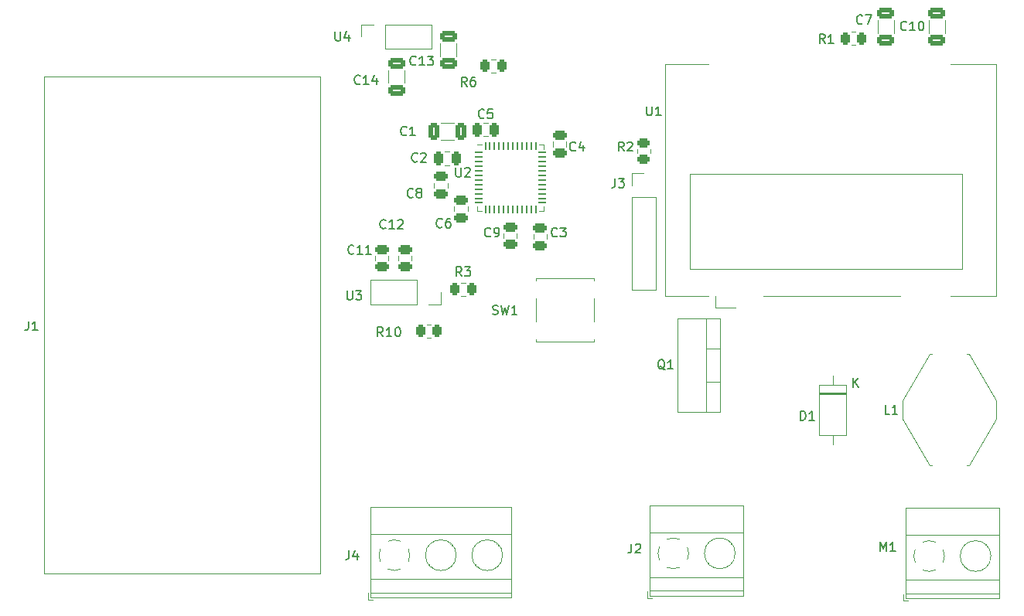
<source format=gto>
G04 #@! TF.GenerationSoftware,KiCad,Pcbnew,6.0.11-2627ca5db0~126~ubuntu22.04.1*
G04 #@! TF.CreationDate,2023-02-05T11:24:23-03:00*
G04 #@! TF.ProjectId,ball_launcher_kicad,62616c6c-5f6c-4617-956e-636865725f6b,rev?*
G04 #@! TF.SameCoordinates,Original*
G04 #@! TF.FileFunction,Legend,Top*
G04 #@! TF.FilePolarity,Positive*
%FSLAX46Y46*%
G04 Gerber Fmt 4.6, Leading zero omitted, Abs format (unit mm)*
G04 Created by KiCad (PCBNEW 6.0.11-2627ca5db0~126~ubuntu22.04.1) date 2023-02-05 11:24:23*
%MOMM*%
%LPD*%
G01*
G04 APERTURE LIST*
G04 Aperture macros list*
%AMRoundRect*
0 Rectangle with rounded corners*
0 $1 Rounding radius*
0 $2 $3 $4 $5 $6 $7 $8 $9 X,Y pos of 4 corners*
0 Add a 4 corners polygon primitive as box body*
4,1,4,$2,$3,$4,$5,$6,$7,$8,$9,$2,$3,0*
0 Add four circle primitives for the rounded corners*
1,1,$1+$1,$2,$3*
1,1,$1+$1,$4,$5*
1,1,$1+$1,$6,$7*
1,1,$1+$1,$8,$9*
0 Add four rect primitives between the rounded corners*
20,1,$1+$1,$2,$3,$4,$5,0*
20,1,$1+$1,$4,$5,$6,$7,0*
20,1,$1+$1,$6,$7,$8,$9,0*
20,1,$1+$1,$8,$9,$2,$3,0*%
G04 Aperture macros list end*
%ADD10C,0.150000*%
%ADD11C,0.120000*%
%ADD12RoundRect,0.250000X-0.475000X0.250000X-0.475000X-0.250000X0.475000X-0.250000X0.475000X0.250000X0*%
%ADD13RoundRect,0.250000X0.262500X0.450000X-0.262500X0.450000X-0.262500X-0.450000X0.262500X-0.450000X0*%
%ADD14R,1.500000X1.500000*%
%ADD15C,1.500000*%
%ADD16R,1.550000X1.300000*%
%ADD17RoundRect,0.250000X0.325000X0.650000X-0.325000X0.650000X-0.325000X-0.650000X0.325000X-0.650000X0*%
%ADD18R,1.700000X1.700000*%
%ADD19O,1.700000X1.700000*%
%ADD20R,2.600000X2.600000*%
%ADD21C,2.600000*%
%ADD22RoundRect,0.250000X-0.262500X-0.450000X0.262500X-0.450000X0.262500X0.450000X-0.262500X0.450000X0*%
%ADD23RoundRect,0.250000X-0.650000X0.325000X-0.650000X-0.325000X0.650000X-0.325000X0.650000X0.325000X0*%
%ADD24R,3.000000X3.000000*%
%ADD25C,3.000000*%
%ADD26RoundRect,0.250000X0.475000X-0.250000X0.475000X0.250000X-0.475000X0.250000X-0.475000X-0.250000X0*%
%ADD27RoundRect,0.250000X0.450000X-0.262500X0.450000X0.262500X-0.450000X0.262500X-0.450000X-0.262500X0*%
%ADD28RoundRect,0.250000X-0.250000X-0.475000X0.250000X-0.475000X0.250000X0.475000X-0.250000X0.475000X0*%
%ADD29RoundRect,0.250000X0.250000X0.475000X-0.250000X0.475000X-0.250000X-0.475000X0.250000X-0.475000X0*%
%ADD30R,2.000000X1.905000*%
%ADD31O,2.000000X1.905000*%
%ADD32RoundRect,0.062500X-0.375000X-0.062500X0.375000X-0.062500X0.375000X0.062500X-0.375000X0.062500X0*%
%ADD33RoundRect,0.062500X-0.062500X-0.375000X0.062500X-0.375000X0.062500X0.375000X-0.062500X0.375000X0*%
%ADD34R,5.600000X5.600000*%
%ADD35RoundRect,0.250000X0.650000X-0.325000X0.650000X0.325000X-0.650000X0.325000X-0.650000X-0.325000X0*%
%ADD36R,2.200000X2.200000*%
%ADD37O,2.200000X2.200000*%
G04 APERTURE END LIST*
D10*
X215238333Y-115937142D02*
X215190714Y-115984761D01*
X215047857Y-116032380D01*
X214952619Y-116032380D01*
X214809761Y-115984761D01*
X214714523Y-115889523D01*
X214666904Y-115794285D01*
X214619285Y-115603809D01*
X214619285Y-115460952D01*
X214666904Y-115270476D01*
X214714523Y-115175238D01*
X214809761Y-115080000D01*
X214952619Y-115032380D01*
X215047857Y-115032380D01*
X215190714Y-115080000D01*
X215238333Y-115127619D01*
X215809761Y-115460952D02*
X215714523Y-115413333D01*
X215666904Y-115365714D01*
X215619285Y-115270476D01*
X215619285Y-115222857D01*
X215666904Y-115127619D01*
X215714523Y-115080000D01*
X215809761Y-115032380D01*
X216000238Y-115032380D01*
X216095476Y-115080000D01*
X216143095Y-115127619D01*
X216190714Y-115222857D01*
X216190714Y-115270476D01*
X216143095Y-115365714D01*
X216095476Y-115413333D01*
X216000238Y-115460952D01*
X215809761Y-115460952D01*
X215714523Y-115508571D01*
X215666904Y-115556190D01*
X215619285Y-115651428D01*
X215619285Y-115841904D01*
X215666904Y-115937142D01*
X215714523Y-115984761D01*
X215809761Y-116032380D01*
X216000238Y-116032380D01*
X216095476Y-115984761D01*
X216143095Y-115937142D01*
X216190714Y-115841904D01*
X216190714Y-115651428D01*
X216143095Y-115556190D01*
X216095476Y-115508571D01*
X216000238Y-115460952D01*
X260338333Y-99132380D02*
X260005000Y-98656190D01*
X259766904Y-99132380D02*
X259766904Y-98132380D01*
X260147857Y-98132380D01*
X260243095Y-98180000D01*
X260290714Y-98227619D01*
X260338333Y-98322857D01*
X260338333Y-98465714D01*
X260290714Y-98560952D01*
X260243095Y-98608571D01*
X260147857Y-98656190D01*
X259766904Y-98656190D01*
X261290714Y-99132380D02*
X260719285Y-99132380D01*
X261005000Y-99132380D02*
X261005000Y-98132380D01*
X260909761Y-98275238D01*
X260814523Y-98370476D01*
X260719285Y-98418095D01*
X233038333Y-110837142D02*
X232990714Y-110884761D01*
X232847857Y-110932380D01*
X232752619Y-110932380D01*
X232609761Y-110884761D01*
X232514523Y-110789523D01*
X232466904Y-110694285D01*
X232419285Y-110503809D01*
X232419285Y-110360952D01*
X232466904Y-110170476D01*
X232514523Y-110075238D01*
X232609761Y-109980000D01*
X232752619Y-109932380D01*
X232847857Y-109932380D01*
X232990714Y-109980000D01*
X233038333Y-110027619D01*
X233895476Y-110265714D02*
X233895476Y-110932380D01*
X233657380Y-109884761D02*
X233419285Y-110599047D01*
X234038333Y-110599047D01*
X240843095Y-106032380D02*
X240843095Y-106841904D01*
X240890714Y-106937142D01*
X240938333Y-106984761D01*
X241033571Y-107032380D01*
X241224047Y-107032380D01*
X241319285Y-106984761D01*
X241366904Y-106937142D01*
X241414523Y-106841904D01*
X241414523Y-106032380D01*
X242414523Y-107032380D02*
X241843095Y-107032380D01*
X242128809Y-107032380D02*
X242128809Y-106032380D01*
X242033571Y-106175238D01*
X241938333Y-106270476D01*
X241843095Y-106318095D01*
X223971666Y-128784761D02*
X224114523Y-128832380D01*
X224352619Y-128832380D01*
X224447857Y-128784761D01*
X224495476Y-128737142D01*
X224543095Y-128641904D01*
X224543095Y-128546666D01*
X224495476Y-128451428D01*
X224447857Y-128403809D01*
X224352619Y-128356190D01*
X224162142Y-128308571D01*
X224066904Y-128260952D01*
X224019285Y-128213333D01*
X223971666Y-128118095D01*
X223971666Y-128022857D01*
X224019285Y-127927619D01*
X224066904Y-127880000D01*
X224162142Y-127832380D01*
X224400238Y-127832380D01*
X224543095Y-127880000D01*
X224876428Y-127832380D02*
X225114523Y-128832380D01*
X225305000Y-128118095D01*
X225495476Y-128832380D01*
X225733571Y-127832380D01*
X226638333Y-128832380D02*
X226066904Y-128832380D01*
X226352619Y-128832380D02*
X226352619Y-127832380D01*
X226257380Y-127975238D01*
X226162142Y-128070476D01*
X226066904Y-128118095D01*
X214538333Y-109137142D02*
X214490714Y-109184761D01*
X214347857Y-109232380D01*
X214252619Y-109232380D01*
X214109761Y-109184761D01*
X214014523Y-109089523D01*
X213966904Y-108994285D01*
X213919285Y-108803809D01*
X213919285Y-108660952D01*
X213966904Y-108470476D01*
X214014523Y-108375238D01*
X214109761Y-108280000D01*
X214252619Y-108232380D01*
X214347857Y-108232380D01*
X214490714Y-108280000D01*
X214538333Y-108327619D01*
X215490714Y-109232380D02*
X214919285Y-109232380D01*
X215205000Y-109232380D02*
X215205000Y-108232380D01*
X215109761Y-108375238D01*
X215014523Y-108470476D01*
X214919285Y-108518095D01*
X223738333Y-120237142D02*
X223690714Y-120284761D01*
X223547857Y-120332380D01*
X223452619Y-120332380D01*
X223309761Y-120284761D01*
X223214523Y-120189523D01*
X223166904Y-120094285D01*
X223119285Y-119903809D01*
X223119285Y-119760952D01*
X223166904Y-119570476D01*
X223214523Y-119475238D01*
X223309761Y-119380000D01*
X223452619Y-119332380D01*
X223547857Y-119332380D01*
X223690714Y-119380000D01*
X223738333Y-119427619D01*
X224214523Y-120332380D02*
X224405000Y-120332380D01*
X224500238Y-120284761D01*
X224547857Y-120237142D01*
X224643095Y-120094285D01*
X224690714Y-119903809D01*
X224690714Y-119522857D01*
X224643095Y-119427619D01*
X224595476Y-119380000D01*
X224500238Y-119332380D01*
X224309761Y-119332380D01*
X224214523Y-119380000D01*
X224166904Y-119427619D01*
X224119285Y-119522857D01*
X224119285Y-119760952D01*
X224166904Y-119856190D01*
X224214523Y-119903809D01*
X224309761Y-119951428D01*
X224500238Y-119951428D01*
X224595476Y-119903809D01*
X224643095Y-119856190D01*
X224690714Y-119760952D01*
X237371666Y-113932380D02*
X237371666Y-114646666D01*
X237324047Y-114789523D01*
X237228809Y-114884761D01*
X237085952Y-114932380D01*
X236990714Y-114932380D01*
X237752619Y-113932380D02*
X238371666Y-113932380D01*
X238038333Y-114313333D01*
X238181190Y-114313333D01*
X238276428Y-114360952D01*
X238324047Y-114408571D01*
X238371666Y-114503809D01*
X238371666Y-114741904D01*
X238324047Y-114837142D01*
X238276428Y-114884761D01*
X238181190Y-114932380D01*
X237895476Y-114932380D01*
X237800238Y-114884761D01*
X237752619Y-114837142D01*
X266390476Y-154752380D02*
X266390476Y-153752380D01*
X266723809Y-154466666D01*
X267057142Y-153752380D01*
X267057142Y-154752380D01*
X268057142Y-154752380D02*
X267485714Y-154752380D01*
X267771428Y-154752380D02*
X267771428Y-153752380D01*
X267676190Y-153895238D01*
X267580952Y-153990476D01*
X267485714Y-154038095D01*
X231038333Y-120237142D02*
X230990714Y-120284761D01*
X230847857Y-120332380D01*
X230752619Y-120332380D01*
X230609761Y-120284761D01*
X230514523Y-120189523D01*
X230466904Y-120094285D01*
X230419285Y-119903809D01*
X230419285Y-119760952D01*
X230466904Y-119570476D01*
X230514523Y-119475238D01*
X230609761Y-119380000D01*
X230752619Y-119332380D01*
X230847857Y-119332380D01*
X230990714Y-119380000D01*
X231038333Y-119427619D01*
X231371666Y-119332380D02*
X231990714Y-119332380D01*
X231657380Y-119713333D01*
X231800238Y-119713333D01*
X231895476Y-119760952D01*
X231943095Y-119808571D01*
X231990714Y-119903809D01*
X231990714Y-120141904D01*
X231943095Y-120237142D01*
X231895476Y-120284761D01*
X231800238Y-120332380D01*
X231514523Y-120332380D01*
X231419285Y-120284761D01*
X231371666Y-120237142D01*
X211962142Y-131232380D02*
X211628809Y-130756190D01*
X211390714Y-131232380D02*
X211390714Y-130232380D01*
X211771666Y-130232380D01*
X211866904Y-130280000D01*
X211914523Y-130327619D01*
X211962142Y-130422857D01*
X211962142Y-130565714D01*
X211914523Y-130660952D01*
X211866904Y-130708571D01*
X211771666Y-130756190D01*
X211390714Y-130756190D01*
X212914523Y-131232380D02*
X212343095Y-131232380D01*
X212628809Y-131232380D02*
X212628809Y-130232380D01*
X212533571Y-130375238D01*
X212438333Y-130470476D01*
X212343095Y-130518095D01*
X213533571Y-130232380D02*
X213628809Y-130232380D01*
X213724047Y-130280000D01*
X213771666Y-130327619D01*
X213819285Y-130422857D01*
X213866904Y-130613333D01*
X213866904Y-130851428D01*
X213819285Y-131041904D01*
X213771666Y-131137142D01*
X213724047Y-131184761D01*
X213628809Y-131232380D01*
X213533571Y-131232380D01*
X213438333Y-131184761D01*
X213390714Y-131137142D01*
X213343095Y-131041904D01*
X213295476Y-130851428D01*
X213295476Y-130613333D01*
X213343095Y-130422857D01*
X213390714Y-130327619D01*
X213438333Y-130280000D01*
X213533571Y-130232380D01*
X215562142Y-101437142D02*
X215514523Y-101484761D01*
X215371666Y-101532380D01*
X215276428Y-101532380D01*
X215133571Y-101484761D01*
X215038333Y-101389523D01*
X214990714Y-101294285D01*
X214943095Y-101103809D01*
X214943095Y-100960952D01*
X214990714Y-100770476D01*
X215038333Y-100675238D01*
X215133571Y-100580000D01*
X215276428Y-100532380D01*
X215371666Y-100532380D01*
X215514523Y-100580000D01*
X215562142Y-100627619D01*
X216514523Y-101532380D02*
X215943095Y-101532380D01*
X216228809Y-101532380D02*
X216228809Y-100532380D01*
X216133571Y-100675238D01*
X216038333Y-100770476D01*
X215943095Y-100818095D01*
X216847857Y-100532380D02*
X217466904Y-100532380D01*
X217133571Y-100913333D01*
X217276428Y-100913333D01*
X217371666Y-100960952D01*
X217419285Y-101008571D01*
X217466904Y-101103809D01*
X217466904Y-101341904D01*
X217419285Y-101437142D01*
X217371666Y-101484761D01*
X217276428Y-101532380D01*
X216990714Y-101532380D01*
X216895476Y-101484761D01*
X216847857Y-101437142D01*
X173166666Y-129572380D02*
X173166666Y-130286666D01*
X173119047Y-130429523D01*
X173023809Y-130524761D01*
X172880952Y-130572380D01*
X172785714Y-130572380D01*
X174166666Y-130572380D02*
X173595238Y-130572380D01*
X173880952Y-130572380D02*
X173880952Y-129572380D01*
X173785714Y-129715238D01*
X173690476Y-129810476D01*
X173595238Y-129858095D01*
X212262142Y-119337142D02*
X212214523Y-119384761D01*
X212071666Y-119432380D01*
X211976428Y-119432380D01*
X211833571Y-119384761D01*
X211738333Y-119289523D01*
X211690714Y-119194285D01*
X211643095Y-119003809D01*
X211643095Y-118860952D01*
X211690714Y-118670476D01*
X211738333Y-118575238D01*
X211833571Y-118480000D01*
X211976428Y-118432380D01*
X212071666Y-118432380D01*
X212214523Y-118480000D01*
X212262142Y-118527619D01*
X213214523Y-119432380D02*
X212643095Y-119432380D01*
X212928809Y-119432380D02*
X212928809Y-118432380D01*
X212833571Y-118575238D01*
X212738333Y-118670476D01*
X212643095Y-118718095D01*
X213595476Y-118527619D02*
X213643095Y-118480000D01*
X213738333Y-118432380D01*
X213976428Y-118432380D01*
X214071666Y-118480000D01*
X214119285Y-118527619D01*
X214166904Y-118622857D01*
X214166904Y-118718095D01*
X214119285Y-118860952D01*
X213547857Y-119432380D01*
X214166904Y-119432380D01*
X220585833Y-124632380D02*
X220252500Y-124156190D01*
X220014404Y-124632380D02*
X220014404Y-123632380D01*
X220395357Y-123632380D01*
X220490595Y-123680000D01*
X220538214Y-123727619D01*
X220585833Y-123822857D01*
X220585833Y-123965714D01*
X220538214Y-124060952D01*
X220490595Y-124108571D01*
X220395357Y-124156190D01*
X220014404Y-124156190D01*
X220919166Y-123632380D02*
X221538214Y-123632380D01*
X221204880Y-124013333D01*
X221347738Y-124013333D01*
X221442976Y-124060952D01*
X221490595Y-124108571D01*
X221538214Y-124203809D01*
X221538214Y-124441904D01*
X221490595Y-124537142D01*
X221442976Y-124584761D01*
X221347738Y-124632380D01*
X221062023Y-124632380D01*
X220966785Y-124584761D01*
X220919166Y-124537142D01*
X208043095Y-126232380D02*
X208043095Y-127041904D01*
X208090714Y-127137142D01*
X208138333Y-127184761D01*
X208233571Y-127232380D01*
X208424047Y-127232380D01*
X208519285Y-127184761D01*
X208566904Y-127137142D01*
X208614523Y-127041904D01*
X208614523Y-126232380D01*
X208995476Y-126232380D02*
X209614523Y-126232380D01*
X209281190Y-126613333D01*
X209424047Y-126613333D01*
X209519285Y-126660952D01*
X209566904Y-126708571D01*
X209614523Y-126803809D01*
X209614523Y-127041904D01*
X209566904Y-127137142D01*
X209519285Y-127184761D01*
X209424047Y-127232380D01*
X209138333Y-127232380D01*
X209043095Y-127184761D01*
X208995476Y-127137142D01*
X208762142Y-122137142D02*
X208714523Y-122184761D01*
X208571666Y-122232380D01*
X208476428Y-122232380D01*
X208333571Y-122184761D01*
X208238333Y-122089523D01*
X208190714Y-121994285D01*
X208143095Y-121803809D01*
X208143095Y-121660952D01*
X208190714Y-121470476D01*
X208238333Y-121375238D01*
X208333571Y-121280000D01*
X208476428Y-121232380D01*
X208571666Y-121232380D01*
X208714523Y-121280000D01*
X208762142Y-121327619D01*
X209714523Y-122232380D02*
X209143095Y-122232380D01*
X209428809Y-122232380D02*
X209428809Y-121232380D01*
X209333571Y-121375238D01*
X209238333Y-121470476D01*
X209143095Y-121518095D01*
X210666904Y-122232380D02*
X210095476Y-122232380D01*
X210381190Y-122232380D02*
X210381190Y-121232380D01*
X210285952Y-121375238D01*
X210190714Y-121470476D01*
X210095476Y-121518095D01*
X221138333Y-103832380D02*
X220805000Y-103356190D01*
X220566904Y-103832380D02*
X220566904Y-102832380D01*
X220947857Y-102832380D01*
X221043095Y-102880000D01*
X221090714Y-102927619D01*
X221138333Y-103022857D01*
X221138333Y-103165714D01*
X221090714Y-103260952D01*
X221043095Y-103308571D01*
X220947857Y-103356190D01*
X220566904Y-103356190D01*
X221995476Y-102832380D02*
X221805000Y-102832380D01*
X221709761Y-102880000D01*
X221662142Y-102927619D01*
X221566904Y-103070476D01*
X221519285Y-103260952D01*
X221519285Y-103641904D01*
X221566904Y-103737142D01*
X221614523Y-103784761D01*
X221709761Y-103832380D01*
X221900238Y-103832380D01*
X221995476Y-103784761D01*
X222043095Y-103737142D01*
X222090714Y-103641904D01*
X222090714Y-103403809D01*
X222043095Y-103308571D01*
X221995476Y-103260952D01*
X221900238Y-103213333D01*
X221709761Y-103213333D01*
X221614523Y-103260952D01*
X221566904Y-103308571D01*
X221519285Y-103403809D01*
X267438333Y-139732380D02*
X266962142Y-139732380D01*
X266962142Y-138732380D01*
X268295476Y-139732380D02*
X267724047Y-139732380D01*
X268009761Y-139732380D02*
X268009761Y-138732380D01*
X267914523Y-138875238D01*
X267819285Y-138970476D01*
X267724047Y-139018095D01*
X238338333Y-110932380D02*
X238005000Y-110456190D01*
X237766904Y-110932380D02*
X237766904Y-109932380D01*
X238147857Y-109932380D01*
X238243095Y-109980000D01*
X238290714Y-110027619D01*
X238338333Y-110122857D01*
X238338333Y-110265714D01*
X238290714Y-110360952D01*
X238243095Y-110408571D01*
X238147857Y-110456190D01*
X237766904Y-110456190D01*
X238719285Y-110027619D02*
X238766904Y-109980000D01*
X238862142Y-109932380D01*
X239100238Y-109932380D01*
X239195476Y-109980000D01*
X239243095Y-110027619D01*
X239290714Y-110122857D01*
X239290714Y-110218095D01*
X239243095Y-110360952D01*
X238671666Y-110932380D01*
X239290714Y-110932380D01*
X223038333Y-107257142D02*
X222990714Y-107304761D01*
X222847857Y-107352380D01*
X222752619Y-107352380D01*
X222609761Y-107304761D01*
X222514523Y-107209523D01*
X222466904Y-107114285D01*
X222419285Y-106923809D01*
X222419285Y-106780952D01*
X222466904Y-106590476D01*
X222514523Y-106495238D01*
X222609761Y-106400000D01*
X222752619Y-106352380D01*
X222847857Y-106352380D01*
X222990714Y-106400000D01*
X223038333Y-106447619D01*
X223943095Y-106352380D02*
X223466904Y-106352380D01*
X223419285Y-106828571D01*
X223466904Y-106780952D01*
X223562142Y-106733333D01*
X223800238Y-106733333D01*
X223895476Y-106780952D01*
X223943095Y-106828571D01*
X223990714Y-106923809D01*
X223990714Y-107161904D01*
X223943095Y-107257142D01*
X223895476Y-107304761D01*
X223800238Y-107352380D01*
X223562142Y-107352380D01*
X223466904Y-107304761D01*
X223419285Y-107257142D01*
X215738333Y-112037142D02*
X215690714Y-112084761D01*
X215547857Y-112132380D01*
X215452619Y-112132380D01*
X215309761Y-112084761D01*
X215214523Y-111989523D01*
X215166904Y-111894285D01*
X215119285Y-111703809D01*
X215119285Y-111560952D01*
X215166904Y-111370476D01*
X215214523Y-111275238D01*
X215309761Y-111180000D01*
X215452619Y-111132380D01*
X215547857Y-111132380D01*
X215690714Y-111180000D01*
X215738333Y-111227619D01*
X216119285Y-111227619D02*
X216166904Y-111180000D01*
X216262142Y-111132380D01*
X216500238Y-111132380D01*
X216595476Y-111180000D01*
X216643095Y-111227619D01*
X216690714Y-111322857D01*
X216690714Y-111418095D01*
X216643095Y-111560952D01*
X216071666Y-112132380D01*
X216690714Y-112132380D01*
X218438333Y-119237142D02*
X218390714Y-119284761D01*
X218247857Y-119332380D01*
X218152619Y-119332380D01*
X218009761Y-119284761D01*
X217914523Y-119189523D01*
X217866904Y-119094285D01*
X217819285Y-118903809D01*
X217819285Y-118760952D01*
X217866904Y-118570476D01*
X217914523Y-118475238D01*
X218009761Y-118380000D01*
X218152619Y-118332380D01*
X218247857Y-118332380D01*
X218390714Y-118380000D01*
X218438333Y-118427619D01*
X219295476Y-118332380D02*
X219105000Y-118332380D01*
X219009761Y-118380000D01*
X218962142Y-118427619D01*
X218866904Y-118570476D01*
X218819285Y-118760952D01*
X218819285Y-119141904D01*
X218866904Y-119237142D01*
X218914523Y-119284761D01*
X219009761Y-119332380D01*
X219200238Y-119332380D01*
X219295476Y-119284761D01*
X219343095Y-119237142D01*
X219390714Y-119141904D01*
X219390714Y-118903809D01*
X219343095Y-118808571D01*
X219295476Y-118760952D01*
X219200238Y-118713333D01*
X219009761Y-118713333D01*
X218914523Y-118760952D01*
X218866904Y-118808571D01*
X218819285Y-118903809D01*
X242814761Y-134887619D02*
X242719523Y-134840000D01*
X242624285Y-134744761D01*
X242481428Y-134601904D01*
X242386190Y-134554285D01*
X242290952Y-134554285D01*
X242338571Y-134792380D02*
X242243333Y-134744761D01*
X242148095Y-134649523D01*
X242100476Y-134459047D01*
X242100476Y-134125714D01*
X242148095Y-133935238D01*
X242243333Y-133840000D01*
X242338571Y-133792380D01*
X242529047Y-133792380D01*
X242624285Y-133840000D01*
X242719523Y-133935238D01*
X242767142Y-134125714D01*
X242767142Y-134459047D01*
X242719523Y-134649523D01*
X242624285Y-134744761D01*
X242529047Y-134792380D01*
X242338571Y-134792380D01*
X243719523Y-134792380D02*
X243148095Y-134792380D01*
X243433809Y-134792380D02*
X243433809Y-133792380D01*
X243338571Y-133935238D01*
X243243333Y-134030476D01*
X243148095Y-134078095D01*
X239166666Y-153952380D02*
X239166666Y-154666666D01*
X239119047Y-154809523D01*
X239023809Y-154904761D01*
X238880952Y-154952380D01*
X238785714Y-154952380D01*
X239595238Y-154047619D02*
X239642857Y-154000000D01*
X239738095Y-153952380D01*
X239976190Y-153952380D01*
X240071428Y-154000000D01*
X240119047Y-154047619D01*
X240166666Y-154142857D01*
X240166666Y-154238095D01*
X240119047Y-154380952D01*
X239547619Y-154952380D01*
X240166666Y-154952380D01*
X206738095Y-97852380D02*
X206738095Y-98661904D01*
X206785714Y-98757142D01*
X206833333Y-98804761D01*
X206928571Y-98852380D01*
X207119047Y-98852380D01*
X207214285Y-98804761D01*
X207261904Y-98757142D01*
X207309523Y-98661904D01*
X207309523Y-97852380D01*
X208214285Y-98185714D02*
X208214285Y-98852380D01*
X207976190Y-97804761D02*
X207738095Y-98519047D01*
X208357142Y-98519047D01*
X219938095Y-112752380D02*
X219938095Y-113561904D01*
X219985714Y-113657142D01*
X220033333Y-113704761D01*
X220128571Y-113752380D01*
X220319047Y-113752380D01*
X220414285Y-113704761D01*
X220461904Y-113657142D01*
X220509523Y-113561904D01*
X220509523Y-112752380D01*
X220938095Y-112847619D02*
X220985714Y-112800000D01*
X221080952Y-112752380D01*
X221319047Y-112752380D01*
X221414285Y-112800000D01*
X221461904Y-112847619D01*
X221509523Y-112942857D01*
X221509523Y-113038095D01*
X221461904Y-113180952D01*
X220890476Y-113752380D01*
X221509523Y-113752380D01*
X209462142Y-103537142D02*
X209414523Y-103584761D01*
X209271666Y-103632380D01*
X209176428Y-103632380D01*
X209033571Y-103584761D01*
X208938333Y-103489523D01*
X208890714Y-103394285D01*
X208843095Y-103203809D01*
X208843095Y-103060952D01*
X208890714Y-102870476D01*
X208938333Y-102775238D01*
X209033571Y-102680000D01*
X209176428Y-102632380D01*
X209271666Y-102632380D01*
X209414523Y-102680000D01*
X209462142Y-102727619D01*
X210414523Y-103632380D02*
X209843095Y-103632380D01*
X210128809Y-103632380D02*
X210128809Y-102632380D01*
X210033571Y-102775238D01*
X209938333Y-102870476D01*
X209843095Y-102918095D01*
X211271666Y-102965714D02*
X211271666Y-103632380D01*
X211033571Y-102584761D02*
X210795476Y-103299047D01*
X211414523Y-103299047D01*
X269262142Y-97637142D02*
X269214523Y-97684761D01*
X269071666Y-97732380D01*
X268976428Y-97732380D01*
X268833571Y-97684761D01*
X268738333Y-97589523D01*
X268690714Y-97494285D01*
X268643095Y-97303809D01*
X268643095Y-97160952D01*
X268690714Y-96970476D01*
X268738333Y-96875238D01*
X268833571Y-96780000D01*
X268976428Y-96732380D01*
X269071666Y-96732380D01*
X269214523Y-96780000D01*
X269262142Y-96827619D01*
X270214523Y-97732380D02*
X269643095Y-97732380D01*
X269928809Y-97732380D02*
X269928809Y-96732380D01*
X269833571Y-96875238D01*
X269738333Y-96970476D01*
X269643095Y-97018095D01*
X270833571Y-96732380D02*
X270928809Y-96732380D01*
X271024047Y-96780000D01*
X271071666Y-96827619D01*
X271119285Y-96922857D01*
X271166904Y-97113333D01*
X271166904Y-97351428D01*
X271119285Y-97541904D01*
X271071666Y-97637142D01*
X271024047Y-97684761D01*
X270928809Y-97732380D01*
X270833571Y-97732380D01*
X270738333Y-97684761D01*
X270690714Y-97637142D01*
X270643095Y-97541904D01*
X270595476Y-97351428D01*
X270595476Y-97113333D01*
X270643095Y-96922857D01*
X270690714Y-96827619D01*
X270738333Y-96780000D01*
X270833571Y-96732380D01*
X264438333Y-96937142D02*
X264390714Y-96984761D01*
X264247857Y-97032380D01*
X264152619Y-97032380D01*
X264009761Y-96984761D01*
X263914523Y-96889523D01*
X263866904Y-96794285D01*
X263819285Y-96603809D01*
X263819285Y-96460952D01*
X263866904Y-96270476D01*
X263914523Y-96175238D01*
X264009761Y-96080000D01*
X264152619Y-96032380D01*
X264247857Y-96032380D01*
X264390714Y-96080000D01*
X264438333Y-96127619D01*
X264771666Y-96032380D02*
X265438333Y-96032380D01*
X265009761Y-97032380D01*
X257666904Y-140412380D02*
X257666904Y-139412380D01*
X257905000Y-139412380D01*
X258047857Y-139460000D01*
X258143095Y-139555238D01*
X258190714Y-139650476D01*
X258238333Y-139840952D01*
X258238333Y-139983809D01*
X258190714Y-140174285D01*
X258143095Y-140269523D01*
X258047857Y-140364761D01*
X257905000Y-140412380D01*
X257666904Y-140412380D01*
X259190714Y-140412380D02*
X258619285Y-140412380D01*
X258905000Y-140412380D02*
X258905000Y-139412380D01*
X258809761Y-139555238D01*
X258714523Y-139650476D01*
X258619285Y-139698095D01*
X263443095Y-136812380D02*
X263443095Y-135812380D01*
X264014523Y-136812380D02*
X263585952Y-136240952D01*
X264014523Y-135812380D02*
X263443095Y-136383809D01*
X208259666Y-154677380D02*
X208259666Y-155391666D01*
X208212047Y-155534523D01*
X208116809Y-155629761D01*
X207973952Y-155677380D01*
X207878714Y-155677380D01*
X209164428Y-155010714D02*
X209164428Y-155677380D01*
X208926333Y-154629761D02*
X208688238Y-155344047D01*
X209307285Y-155344047D01*
D11*
X217570000Y-114418748D02*
X217570000Y-114941252D01*
X219040000Y-114418748D02*
X219040000Y-114941252D01*
X263707064Y-97845000D02*
X263252936Y-97845000D01*
X263707064Y-99315000D02*
X263252936Y-99315000D01*
X230570000Y-109918748D02*
X230570000Y-110441252D01*
X232040000Y-109918748D02*
X232040000Y-110441252D01*
X275355000Y-123837500D02*
X275355000Y-113447500D01*
X242885000Y-126837500D02*
X242885000Y-101437500D01*
X275355000Y-113447500D02*
X245575000Y-113447500D01*
X248325000Y-128087500D02*
X248325000Y-126837500D01*
X248325000Y-128087500D02*
X250575000Y-128087500D01*
X247575000Y-126837500D02*
X242885000Y-126837500D01*
X245575000Y-123837500D02*
X275355000Y-123837500D01*
X253575000Y-126837500D02*
X268575000Y-126837500D01*
X279125000Y-101437500D02*
X279125000Y-126837500D01*
X245575000Y-113447500D02*
X245575000Y-123837500D01*
X274075000Y-126837500D02*
X279125000Y-126837500D01*
X242885000Y-101437500D02*
X247575000Y-101437500D01*
X274075000Y-101437500D02*
X279125000Y-101437500D01*
X228730000Y-131780000D02*
X228730000Y-131530000D01*
X228730000Y-124880000D02*
X235030000Y-124880000D01*
X228730000Y-129630000D02*
X228730000Y-127030000D01*
X235030000Y-124880000D02*
X235030000Y-125130000D01*
X235030000Y-131530000D02*
X235030000Y-131780000D01*
X235030000Y-127030000D02*
X235030000Y-129630000D01*
X235030000Y-131780000D02*
X228730000Y-131780000D01*
X228730000Y-125130000D02*
X228730000Y-124880000D01*
X219716252Y-107860000D02*
X218293748Y-107860000D01*
X219716252Y-109680000D02*
X218293748Y-109680000D01*
X225155000Y-119970000D02*
X225155000Y-120492504D01*
X226625000Y-119970000D02*
X226625000Y-120492504D01*
X239175000Y-113350000D02*
X240505000Y-113350000D01*
X241835000Y-115950000D02*
X241835000Y-126170000D01*
X239175000Y-115950000D02*
X239175000Y-126170000D01*
X239175000Y-114680000D02*
X239175000Y-113350000D01*
X239175000Y-126170000D02*
X241835000Y-126170000D01*
X239175000Y-115950000D02*
X241835000Y-115950000D01*
X275608000Y-156323000D02*
X275561000Y-156369000D01*
X269155000Y-159400000D02*
X279435000Y-159400000D01*
X269155000Y-150039000D02*
X269155000Y-159960000D01*
X269155000Y-152999000D02*
X279435000Y-152999000D01*
X268915000Y-160200000D02*
X269415000Y-160200000D01*
X278110000Y-154231000D02*
X278063000Y-154277000D01*
X269155000Y-150039000D02*
X279435000Y-150039000D01*
X277905000Y-154025000D02*
X277870000Y-154061000D01*
X269155000Y-157900000D02*
X279435000Y-157900000D01*
X279435000Y-150039000D02*
X279435000Y-159960000D01*
X268915000Y-159460000D02*
X268915000Y-160200000D01*
X275801000Y-156539000D02*
X275766000Y-156574000D01*
X269155000Y-159960000D02*
X279435000Y-159960000D01*
X270220000Y-154616000D02*
G75*
G03*
X270219573Y-155983042I1534993J-684001D01*
G01*
X272439000Y-153765000D02*
G75*
G03*
X271071958Y-153764573I-684001J-1534993D01*
G01*
X273290001Y-155984000D02*
G75*
G03*
X273290427Y-154616958I-1535001J684000D01*
G01*
X271755000Y-156980000D02*
G75*
G03*
X272438318Y-156834756I0J1680000D01*
G01*
X271071000Y-156835000D02*
G75*
G03*
X271783805Y-156980253I683999J1535001D01*
G01*
X278515000Y-155300000D02*
G75*
G03*
X278515000Y-155300000I-1680000J0D01*
G01*
X229900000Y-120068748D02*
X229900000Y-120591252D01*
X228430000Y-120068748D02*
X228430000Y-120591252D01*
X216777936Y-129920000D02*
X217232064Y-129920000D01*
X216777936Y-131390000D02*
X217232064Y-131390000D01*
X218195000Y-99168748D02*
X218195000Y-100591252D01*
X220015000Y-99168748D02*
X220015000Y-100591252D01*
X174900000Y-157250000D02*
X174900000Y-102750000D01*
X205100000Y-157250000D02*
X174900000Y-157250000D01*
X174900000Y-102750000D02*
X205100000Y-102750000D01*
X205100000Y-102750000D02*
X205100000Y-157250000D01*
X213650000Y-122908752D02*
X213650000Y-122386248D01*
X215120000Y-122908752D02*
X215120000Y-122386248D01*
X220525436Y-126817500D02*
X220979564Y-126817500D01*
X220525436Y-125347500D02*
X220979564Y-125347500D01*
X215715000Y-127740000D02*
X210575000Y-127740000D01*
X218315000Y-126410000D02*
X218315000Y-127740000D01*
X210575000Y-125080000D02*
X210575000Y-127740000D01*
X218315000Y-127740000D02*
X216985000Y-127740000D01*
X215715000Y-125080000D02*
X215715000Y-127740000D01*
X215715000Y-125080000D02*
X210575000Y-125080000D01*
X211110000Y-122908752D02*
X211110000Y-122386248D01*
X212580000Y-122908752D02*
X212580000Y-122386248D01*
X223837936Y-102342500D02*
X224292064Y-102342500D01*
X223837936Y-100872500D02*
X224292064Y-100872500D01*
X272070000Y-145380000D02*
X271770000Y-145380000D01*
X276170000Y-145380000D02*
X279070000Y-140280000D01*
X275870000Y-133180000D02*
X276170000Y-133180000D01*
X276170000Y-133180000D02*
X279070000Y-138280000D01*
X271770000Y-145380000D02*
X268870000Y-140280000D01*
X272070000Y-133180000D02*
X271770000Y-133180000D01*
X279070000Y-140280000D02*
X279070000Y-138280000D01*
X268870000Y-140280000D02*
X268870000Y-138280000D01*
X271770000Y-133180000D02*
X268870000Y-138280000D01*
X275870000Y-145380000D02*
X276170000Y-145380000D01*
X241240000Y-111157064D02*
X241240000Y-110702936D01*
X239770000Y-111157064D02*
X239770000Y-110702936D01*
X222943748Y-107845000D02*
X223466252Y-107845000D01*
X222943748Y-109315000D02*
X223466252Y-109315000D01*
X219266252Y-112495000D02*
X218743748Y-112495000D01*
X219266252Y-111025000D02*
X218743748Y-111025000D01*
X221240000Y-117018748D02*
X221240000Y-117541252D01*
X219770000Y-117018748D02*
X219770000Y-117541252D01*
X247315000Y-129280000D02*
X247315000Y-139520000D01*
X248825000Y-129280000D02*
X248825000Y-139520000D01*
X248825000Y-136251000D02*
X247315000Y-136251000D01*
X248825000Y-132550000D02*
X247315000Y-132550000D01*
X248825000Y-139520000D02*
X244184000Y-139520000D01*
X244184000Y-129280000D02*
X244184000Y-139520000D01*
X248825000Y-129280000D02*
X244184000Y-129280000D01*
X241155000Y-159665000D02*
X251435000Y-159665000D01*
X247608000Y-156028000D02*
X247561000Y-156074000D01*
X241155000Y-159105000D02*
X251435000Y-159105000D01*
X247801000Y-156244000D02*
X247766000Y-156279000D01*
X249905000Y-153730000D02*
X249870000Y-153766000D01*
X241155000Y-152704000D02*
X251435000Y-152704000D01*
X240915000Y-159905000D02*
X241415000Y-159905000D01*
X241155000Y-149744000D02*
X241155000Y-159665000D01*
X250110000Y-153936000D02*
X250063000Y-153982000D01*
X241155000Y-149744000D02*
X251435000Y-149744000D01*
X241155000Y-157605000D02*
X251435000Y-157605000D01*
X251435000Y-149744000D02*
X251435000Y-159665000D01*
X240915000Y-159165000D02*
X240915000Y-159905000D01*
X244439000Y-153470000D02*
G75*
G03*
X243071958Y-153469573I-684001J-1534993D01*
G01*
X243071000Y-156540000D02*
G75*
G03*
X243783805Y-156685253I683999J1535001D01*
G01*
X243755000Y-156685000D02*
G75*
G03*
X244438318Y-156539756I0J1680000D01*
G01*
X242220000Y-154321000D02*
G75*
G03*
X242219573Y-155688042I1534993J-684001D01*
G01*
X245290001Y-155689000D02*
G75*
G03*
X245290427Y-154321958I-1535001J684000D01*
G01*
X250515000Y-155005000D02*
G75*
G03*
X250515000Y-155005000I-1680000J0D01*
G01*
X209562500Y-98410000D02*
X209562500Y-97080000D01*
X212162500Y-99740000D02*
X212162500Y-97080000D01*
X212162500Y-97080000D02*
X217302500Y-97080000D01*
X209562500Y-97080000D02*
X210892500Y-97080000D01*
X212162500Y-99740000D02*
X217302500Y-99740000D01*
X217302500Y-99740000D02*
X217302500Y-97080000D01*
X229535000Y-117470000D02*
X229535000Y-116995000D01*
X222790000Y-110250000D02*
X222315000Y-110250000D01*
X222790000Y-117470000D02*
X222315000Y-117470000D01*
X222315000Y-117470000D02*
X222315000Y-116995000D01*
X229060000Y-117470000D02*
X229535000Y-117470000D01*
X229060000Y-110250000D02*
X229535000Y-110250000D01*
X229535000Y-110250000D02*
X229535000Y-110725000D01*
X212522500Y-102067496D02*
X212522500Y-103490000D01*
X214342500Y-102067496D02*
X214342500Y-103490000D01*
X271695000Y-97991252D02*
X271695000Y-96568748D01*
X273515000Y-97991252D02*
X273515000Y-96568748D01*
X266095000Y-97991252D02*
X266095000Y-96568748D01*
X267915000Y-97991252D02*
X267915000Y-96568748D01*
X259730000Y-142020000D02*
X262670000Y-142020000D01*
X262670000Y-137360000D02*
X259730000Y-137360000D01*
X262670000Y-142020000D02*
X262670000Y-136580000D01*
X261200000Y-135560000D02*
X261200000Y-136580000D01*
X262670000Y-137480000D02*
X259730000Y-137480000D01*
X262670000Y-136580000D02*
X259730000Y-136580000D01*
X261200000Y-143040000D02*
X261200000Y-142020000D01*
X259730000Y-136580000D02*
X259730000Y-142020000D01*
X262670000Y-137600000D02*
X259730000Y-137600000D01*
X210375000Y-159365000D02*
X210375000Y-160105000D01*
X219365000Y-153930000D02*
X219330000Y-153966000D01*
X224445000Y-153930000D02*
X224410000Y-153966000D01*
X210615000Y-159305000D02*
X225975000Y-159305000D01*
X225975000Y-149944000D02*
X225975000Y-159865000D01*
X217068000Y-156228000D02*
X217021000Y-156274000D01*
X210615000Y-159865000D02*
X225975000Y-159865000D01*
X224650000Y-154136000D02*
X224603000Y-154182000D01*
X222148000Y-156228000D02*
X222101000Y-156274000D01*
X210615000Y-157805000D02*
X225975000Y-157805000D01*
X219570000Y-154136000D02*
X219523000Y-154182000D01*
X222341000Y-156444000D02*
X222306000Y-156479000D01*
X210615000Y-152904000D02*
X225975000Y-152904000D01*
X217261000Y-156444000D02*
X217226000Y-156479000D01*
X210615000Y-149944000D02*
X210615000Y-159865000D01*
X210615000Y-149944000D02*
X225975000Y-149944000D01*
X210375000Y-160105000D02*
X210875000Y-160105000D01*
X211680000Y-154521000D02*
G75*
G03*
X211679573Y-155888042I1534993J-684001D01*
G01*
X214750001Y-155889000D02*
G75*
G03*
X214750427Y-154521958I-1535001J684000D01*
G01*
X213899000Y-153670000D02*
G75*
G03*
X212531958Y-153669573I-684001J-1534993D01*
G01*
X213215000Y-156885000D02*
G75*
G03*
X213898318Y-156739756I0J1680000D01*
G01*
X212531000Y-156740000D02*
G75*
G03*
X213243805Y-156885253I683999J1535001D01*
G01*
X225055000Y-155205000D02*
G75*
G03*
X225055000Y-155205000I-1680000J0D01*
G01*
X219975000Y-155205000D02*
G75*
G03*
X219975000Y-155205000I-1680000J0D01*
G01*
%LPC*%
D12*
X218305000Y-113730000D03*
X218305000Y-115630000D03*
D13*
X264392500Y-98580000D03*
X262567500Y-98580000D03*
D12*
X231305000Y-109230000D03*
X231305000Y-111130000D03*
D14*
X249575000Y-126837500D03*
D15*
X252115000Y-126837500D03*
X269895000Y-126837500D03*
X272435000Y-126837500D03*
X272435000Y-101437500D03*
X269895000Y-101437500D03*
X267355000Y-101437500D03*
X264815000Y-101437500D03*
X262275000Y-101437500D03*
X259735000Y-101437500D03*
X257195000Y-101437500D03*
X254655000Y-101437500D03*
X252115000Y-101437500D03*
X249575000Y-101437500D03*
D16*
X227905000Y-130580000D03*
X235855000Y-130580000D03*
X235855000Y-126080000D03*
X227905000Y-126080000D03*
D17*
X220480000Y-108770000D03*
X217530000Y-108770000D03*
D12*
X225890000Y-119281252D03*
X225890000Y-121181252D03*
D18*
X240505000Y-114680000D03*
D19*
X240505000Y-117220000D03*
X240505000Y-119760000D03*
X240505000Y-122300000D03*
X240505000Y-124840000D03*
D20*
X271755000Y-155300000D03*
D21*
X276835000Y-155300000D03*
D12*
X229165000Y-119380000D03*
X229165000Y-121280000D03*
D22*
X216092500Y-130655000D03*
X217917500Y-130655000D03*
D23*
X219105000Y-98405000D03*
X219105000Y-101355000D03*
D21*
X178900000Y-116750000D03*
X178900000Y-144750000D03*
X201100000Y-130000000D03*
D24*
X196350000Y-105850000D03*
D25*
X183650000Y-105850000D03*
D26*
X214385000Y-123597500D03*
X214385000Y-121697500D03*
D22*
X219840000Y-126082500D03*
X221665000Y-126082500D03*
D18*
X216985000Y-126410000D03*
D19*
X214445000Y-126410000D03*
X211905000Y-126410000D03*
D26*
X211845000Y-123597500D03*
X211845000Y-121697500D03*
D22*
X223152500Y-101607500D03*
X224977500Y-101607500D03*
D24*
X273970000Y-134280000D03*
X273970000Y-144280000D03*
D27*
X240505000Y-111842500D03*
X240505000Y-110017500D03*
D28*
X222255000Y-108580000D03*
X224155000Y-108580000D03*
D29*
X219955000Y-111760000D03*
X218055000Y-111760000D03*
D12*
X220505000Y-116330000D03*
X220505000Y-118230000D03*
D30*
X245555000Y-131860000D03*
D31*
X245555000Y-134400000D03*
X245555000Y-136940000D03*
D20*
X243755000Y-155005000D03*
D21*
X248835000Y-155005000D03*
D18*
X210892500Y-98410000D03*
D19*
X213432500Y-98410000D03*
X215972500Y-98410000D03*
D32*
X222487500Y-111110000D03*
X222487500Y-111610000D03*
X222487500Y-112110000D03*
X222487500Y-112610000D03*
X222487500Y-113110000D03*
X222487500Y-113610000D03*
X222487500Y-114110000D03*
X222487500Y-114610000D03*
X222487500Y-115110000D03*
X222487500Y-115610000D03*
X222487500Y-116110000D03*
X222487500Y-116610000D03*
D33*
X223175000Y-117297500D03*
X223675000Y-117297500D03*
X224175000Y-117297500D03*
X224675000Y-117297500D03*
X225175000Y-117297500D03*
X225675000Y-117297500D03*
X226175000Y-117297500D03*
X226675000Y-117297500D03*
X227175000Y-117297500D03*
X227675000Y-117297500D03*
X228175000Y-117297500D03*
X228675000Y-117297500D03*
D32*
X229362500Y-116610000D03*
X229362500Y-116110000D03*
X229362500Y-115610000D03*
X229362500Y-115110000D03*
X229362500Y-114610000D03*
X229362500Y-114110000D03*
X229362500Y-113610000D03*
X229362500Y-113110000D03*
X229362500Y-112610000D03*
X229362500Y-112110000D03*
X229362500Y-111610000D03*
X229362500Y-111110000D03*
D33*
X228675000Y-110422500D03*
X228175000Y-110422500D03*
X227675000Y-110422500D03*
X227175000Y-110422500D03*
X226675000Y-110422500D03*
X226175000Y-110422500D03*
X225675000Y-110422500D03*
X225175000Y-110422500D03*
X224675000Y-110422500D03*
X224175000Y-110422500D03*
X223675000Y-110422500D03*
X223175000Y-110422500D03*
D34*
X225925000Y-113860000D03*
D23*
X213432500Y-101303748D03*
X213432500Y-104253748D03*
D35*
X272605000Y-98755000D03*
X272605000Y-95805000D03*
X267005000Y-98755000D03*
X267005000Y-95805000D03*
D36*
X261200000Y-134220000D03*
D37*
X261200000Y-144380000D03*
D20*
X213215000Y-155205000D03*
D21*
X218295000Y-155205000D03*
X223375000Y-155205000D03*
M02*

</source>
